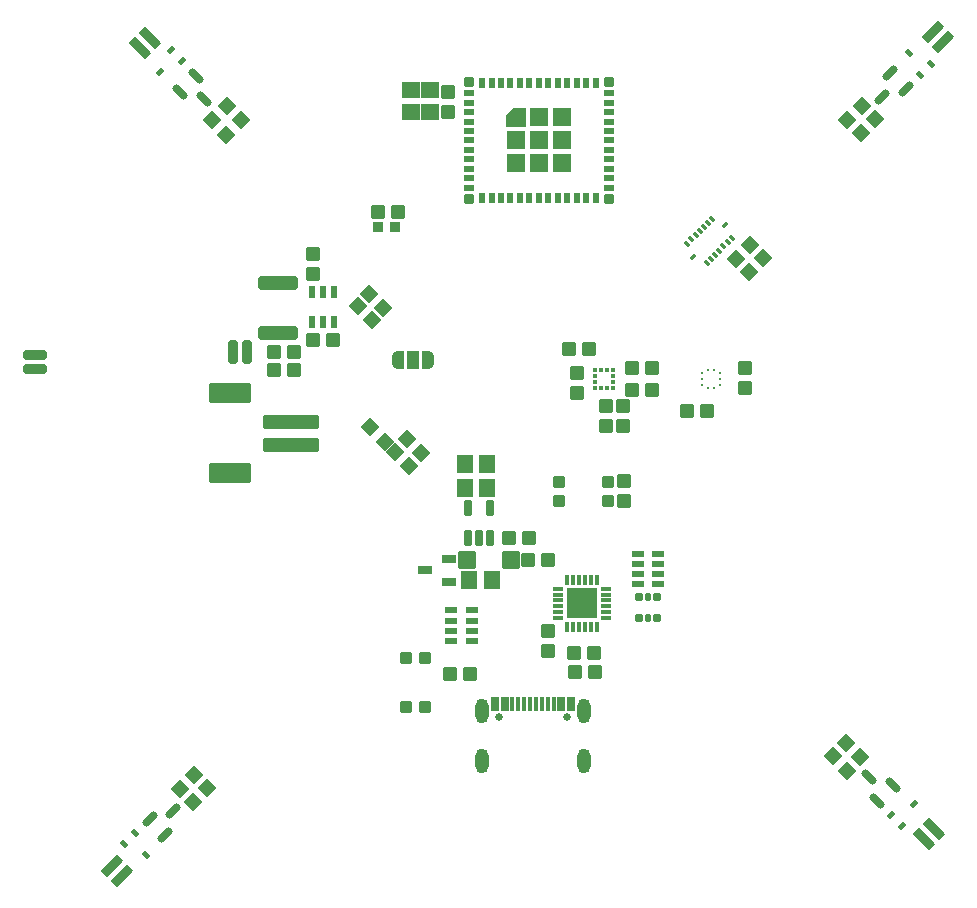
<source format=gbr>
%TF.GenerationSoftware,KiCad,Pcbnew,6.0.9-8da3e8f707~117~ubuntu20.04.1*%
%TF.CreationDate,2022-12-05T22:16:00+00:00*%
%TF.ProjectId,drone,64726f6e-652e-46b6-9963-61645f706362,rev?*%
%TF.SameCoordinates,Original*%
%TF.FileFunction,Soldermask,Top*%
%TF.FilePolarity,Negative*%
%FSLAX46Y46*%
G04 Gerber Fmt 4.6, Leading zero omitted, Abs format (unit mm)*
G04 Created by KiCad (PCBNEW 6.0.9-8da3e8f707~117~ubuntu20.04.1) date 2022-12-05 22:16:00*
%MOMM*%
%LPD*%
G01*
G04 APERTURE LIST*
G04 Aperture macros list*
%AMRoundRect*
0 Rectangle with rounded corners*
0 $1 Rounding radius*
0 $2 $3 $4 $5 $6 $7 $8 $9 X,Y pos of 4 corners*
0 Add a 4 corners polygon primitive as box body*
4,1,4,$2,$3,$4,$5,$6,$7,$8,$9,$2,$3,0*
0 Add four circle primitives for the rounded corners*
1,1,$1+$1,$2,$3*
1,1,$1+$1,$4,$5*
1,1,$1+$1,$6,$7*
1,1,$1+$1,$8,$9*
0 Add four rect primitives between the rounded corners*
20,1,$1+$1,$2,$3,$4,$5,0*
20,1,$1+$1,$4,$5,$6,$7,0*
20,1,$1+$1,$6,$7,$8,$9,0*
20,1,$1+$1,$8,$9,$2,$3,0*%
%AMRotRect*
0 Rectangle, with rotation*
0 The origin of the aperture is its center*
0 $1 length*
0 $2 width*
0 $3 Rotation angle, in degrees counterclockwise*
0 Add horizontal line*
21,1,$1,$2,0,0,$3*%
%AMFreePoly0*
4,1,22,0.550000,-0.750000,0.000000,-0.750000,0.000000,-0.745033,-0.079941,-0.743568,-0.215256,-0.701293,-0.333266,-0.622738,-0.424486,-0.514219,-0.481581,-0.384460,-0.499164,-0.250000,-0.500000,-0.250000,-0.500000,0.250000,-0.499164,0.250000,-0.499963,0.256109,-0.478152,0.396186,-0.417904,0.524511,-0.324060,0.630769,-0.204165,0.706417,-0.067858,0.745374,0.000000,0.744959,0.000000,0.750000,
0.550000,0.750000,0.550000,-0.750000,0.550000,-0.750000,$1*%
%AMFreePoly1*
4,1,20,0.000000,0.744959,0.073905,0.744508,0.209726,0.703889,0.328688,0.626782,0.421226,0.519385,0.479903,0.390333,0.500000,0.250000,0.500000,-0.250000,0.499851,-0.262216,0.476331,-0.402017,0.414519,-0.529596,0.319384,-0.634700,0.198574,-0.708877,0.061801,-0.746166,0.000000,-0.745033,0.000000,-0.750000,-0.550000,-0.750000,-0.550000,0.750000,0.000000,0.750000,0.000000,0.744959,
0.000000,0.744959,$1*%
G04 Aperture macros list end*
%ADD10FreePoly0,0.000000*%
%ADD11R,1.000000X1.500000*%
%ADD12FreePoly1,0.000000*%
%ADD13RoundRect,0.050800X2.300000X-0.500000X2.300000X0.500000X-2.300000X0.500000X-2.300000X-0.500000X0*%
%ADD14RoundRect,0.050800X1.700000X0.800000X-1.700000X0.800000X-1.700000X-0.800000X1.700000X-0.800000X0*%
%ADD15RoundRect,0.250000X-1.450000X0.312500X-1.450000X-0.312500X1.450000X-0.312500X1.450000X0.312500X0*%
%ADD16RoundRect,0.050800X0.750000X-0.620000X0.750000X0.620000X-0.750000X0.620000X-0.750000X-0.620000X0*%
%ADD17RoundRect,0.050800X-0.733623X0.026517X0.026517X-0.733623X0.733623X-0.026517X-0.026517X0.733623X0*%
%ADD18RoundRect,0.050800X-0.275000X-0.600000X0.275000X-0.600000X0.275000X0.600000X-0.275000X0.600000X0*%
%ADD19RoundRect,0.050800X0.733623X-0.026517X-0.026517X0.733623X-0.733623X0.026517X0.026517X-0.733623X0*%
%ADD20RoundRect,0.200000X-0.800000X-0.200000X0.800000X-0.200000X0.800000X0.200000X-0.800000X0.200000X0*%
%ADD21RoundRect,0.050800X0.537500X0.500000X-0.537500X0.500000X-0.537500X-0.500000X0.537500X-0.500000X0*%
%ADD22RotRect,0.450000X0.700000X45.000000*%
%ADD23RoundRect,0.050800X-0.620000X-0.750000X0.620000X-0.750000X0.620000X0.750000X-0.620000X0.750000X0*%
%ADD24RoundRect,0.050800X-0.537500X-0.500000X0.537500X-0.500000X0.537500X0.500000X-0.537500X0.500000X0*%
%ADD25RotRect,0.450000X0.700000X135.000000*%
%ADD26RoundRect,0.050800X-0.450000X0.225000X-0.450000X-0.225000X0.450000X-0.225000X0.450000X0.225000X0*%
%ADD27RoundRect,0.050800X-0.026517X-0.733623X0.733623X0.026517X0.026517X0.733623X-0.733623X-0.026517X0*%
%ADD28RoundRect,0.200000X0.200000X-0.800000X0.200000X0.800000X-0.200000X0.800000X-0.200000X-0.800000X0*%
%ADD29RoundRect,0.200000X0.707107X-0.424264X-0.424264X0.707107X-0.707107X0.424264X0.424264X-0.707107X0*%
%ADD30RoundRect,0.050800X0.500000X-0.537500X0.500000X0.537500X-0.500000X0.537500X-0.500000X-0.537500X0*%
%ADD31RoundRect,0.150000X-0.309359X-0.521491X0.521491X0.309359X0.309359X0.521491X-0.521491X-0.309359X0*%
%ADD32RoundRect,0.050800X0.508000X-0.317500X0.508000X0.317500X-0.508000X0.317500X-0.508000X-0.317500X0*%
%ADD33RoundRect,0.050800X-0.500000X0.537500X-0.500000X-0.537500X0.500000X-0.537500X0.500000X0.537500X0*%
%ADD34RoundRect,0.050800X0.450000X-0.450000X0.450000X0.450000X-0.450000X0.450000X-0.450000X-0.450000X0*%
%ADD35RotRect,0.450000X0.700000X225.000000*%
%ADD36RoundRect,0.050800X0.026517X0.733623X-0.733623X-0.026517X-0.026517X-0.733623X0.733623X0.026517X0*%
%ADD37RoundRect,0.200000X-0.707107X0.424264X0.424264X-0.707107X0.707107X-0.424264X-0.424264X0.707107X0*%
%ADD38RoundRect,0.050800X0.250000X0.250000X-0.250000X0.250000X-0.250000X-0.250000X0.250000X-0.250000X0*%
%ADD39RoundRect,0.050800X0.200000X0.250000X-0.200000X0.250000X-0.200000X-0.250000X0.200000X-0.250000X0*%
%ADD40RoundRect,0.200000X0.424264X0.707107X-0.707107X-0.424264X-0.424264X-0.707107X0.707107X0.424264X0*%
%ADD41RoundRect,0.120800X0.330000X0.070000X-0.330000X0.070000X-0.330000X-0.070000X0.330000X-0.070000X0*%
%ADD42RoundRect,0.120800X0.070000X-0.330000X0.070000X0.330000X-0.070000X0.330000X-0.070000X-0.330000X0*%
%ADD43RoundRect,0.120800X-0.330000X-0.070000X0.330000X-0.070000X0.330000X0.070000X-0.330000X0.070000X0*%
%ADD44RoundRect,0.120800X-0.070000X0.330000X-0.070000X-0.330000X0.070000X-0.330000X0.070000X0.330000X0*%
%ADD45RoundRect,0.050800X-1.250000X-1.250000X1.250000X-1.250000X1.250000X1.250000X-1.250000X1.250000X0*%
%ADD46RotRect,0.450000X0.700000X315.000000*%
%ADD47R,0.550000X1.050000*%
%ADD48RoundRect,0.050800X-0.400000X-0.200000X0.400000X-0.200000X0.400000X0.200000X-0.400000X0.200000X0*%
%ADD49RoundRect,0.050800X-0.200000X-0.400000X0.200000X-0.400000X0.200000X0.400000X-0.200000X0.400000X0*%
%ADD50RoundRect,0.050800X-0.725000X-0.725000X0.725000X-0.725000X0.725000X0.725000X-0.725000X0.725000X0*%
%ADD51RoundRect,0.050800X-0.350000X-0.350000X0.350000X-0.350000X0.350000X0.350000X-0.350000X0.350000X0*%
%ADD52R,0.250000X0.275000*%
%ADD53R,0.275000X0.250000*%
%ADD54RoundRect,0.050800X-0.450000X-0.450000X0.450000X-0.450000X0.450000X0.450000X-0.450000X0.450000X0*%
%ADD55RoundRect,0.050800X-0.400000X0.400000X-0.400000X-0.400000X0.400000X-0.400000X0.400000X0.400000X0*%
%ADD56C,0.650000*%
%ADD57RoundRect,0.050800X-0.287500X-0.575000X0.287500X-0.575000X0.287500X0.575000X-0.287500X0.575000X0*%
%ADD58RoundRect,0.050800X-0.137500X-0.575000X0.137500X-0.575000X0.137500X0.575000X-0.137500X0.575000X0*%
%ADD59O,1.101600X2.101600*%
%ADD60RoundRect,0.150000X-0.521491X0.309359X0.309359X-0.521491X0.521491X-0.309359X-0.309359X0.521491X0*%
%ADD61RoundRect,0.200000X-0.424264X-0.707107X0.707107X0.424264X0.424264X0.707107X-0.707107X-0.424264X0*%
%ADD62RoundRect,0.150000X0.521491X-0.309359X-0.309359X0.521491X-0.521491X0.309359X0.309359X-0.521491X0*%
%ADD63R,0.300000X0.350000*%
%ADD64R,0.350000X0.300000*%
%ADD65RoundRect,0.150000X0.309359X0.521491X-0.521491X-0.309359X-0.309359X-0.521491X0.521491X0.309359X0*%
%ADD66RoundRect,0.050800X0.700000X-0.700000X0.700000X0.700000X-0.700000X0.700000X-0.700000X-0.700000X0*%
%ADD67RoundRect,0.050800X0.450000X-0.225000X0.450000X0.225000X-0.450000X0.225000X-0.450000X-0.225000X0*%
%ADD68RotRect,0.590000X0.350000X225.000000*%
%ADD69RotRect,0.590000X0.350000X315.000000*%
%ADD70RotRect,0.590000X0.350000X45.000000*%
%ADD71RotRect,0.590000X0.350000X135.000000*%
G04 APERTURE END LIST*
%TO.C,X3*%
G36*
X101630000Y-69080000D02*
G01*
X99970000Y-69080000D01*
X99970000Y-68022929D01*
X100572929Y-67420000D01*
X101630000Y-67420000D01*
X101630000Y-69080000D01*
G37*
%TD*%
D10*
%TO.C,JP1*%
X90800000Y-88800000D03*
D11*
X92100000Y-88800000D03*
D12*
X93400000Y-88800000D03*
%TD*%
D13*
%TO.C,X1*%
X81800000Y-96000000D03*
X81800000Y-94000000D03*
D14*
X76600000Y-98400000D03*
X76600000Y-91600000D03*
%TD*%
D15*
%TO.C,L1*%
X80700000Y-82262500D03*
X80700000Y-86537500D03*
%TD*%
D16*
%TO.C,C1*%
X93500000Y-67800001D03*
X93500000Y-65900001D03*
%TD*%
D17*
%TO.C,R8*%
X88388908Y-83209010D03*
X89590990Y-84411092D03*
%TD*%
D18*
%TO.C,U2*%
X96750000Y-103900100D03*
X97700000Y-103900100D03*
X98650000Y-103900100D03*
X98650000Y-101299900D03*
X96750000Y-101299900D03*
%TD*%
D19*
%TO.C,R11*%
X88601041Y-85401041D03*
X87398959Y-84198959D03*
%TD*%
D20*
%TO.C,J2*%
X60100000Y-89575000D03*
X60100000Y-88375000D03*
%TD*%
D21*
%TO.C,R12*%
X103550000Y-105700000D03*
X101850000Y-105700000D03*
%TD*%
D22*
%TO.C,D5*%
X135031307Y-64645057D03*
X135950546Y-63725818D03*
X134076713Y-62771224D03*
%TD*%
D23*
%TO.C,C6*%
X96850000Y-107400000D03*
X98750000Y-107400000D03*
%TD*%
D21*
%TO.C,C18*%
X85300000Y-87100000D03*
X83600000Y-87100000D03*
%TD*%
D16*
%TO.C,C13*%
X91900000Y-67800001D03*
X91900000Y-65900001D03*
%TD*%
D21*
%TO.C,R5*%
X107450000Y-113600000D03*
X105750000Y-113600000D03*
%TD*%
%TO.C,R2*%
X112300000Y-89500000D03*
X110600000Y-89500000D03*
%TD*%
D24*
%TO.C,C11*%
X105800000Y-115200000D03*
X107500000Y-115200000D03*
%TD*%
D25*
%TO.C,D2*%
X72532220Y-63485694D03*
X71612981Y-62566455D03*
X70658387Y-64440288D03*
%TD*%
D23*
%TO.C,C2*%
X96500000Y-99600000D03*
X98400000Y-99600000D03*
%TD*%
D26*
%TO.C,R9*%
X95350000Y-110000000D03*
X95350000Y-110900000D03*
X95350000Y-111700000D03*
X95350000Y-112600000D03*
X97050000Y-112600000D03*
X97050000Y-111700000D03*
X97050000Y-110900000D03*
X97050000Y-110000000D03*
%TD*%
D27*
%TO.C,C7*%
X119427386Y-80220280D03*
X120629468Y-79018198D03*
%TD*%
D28*
%TO.C,J1*%
X78075000Y-88100000D03*
X76875000Y-88100000D03*
%TD*%
D29*
%TO.C,J3*%
X136190649Y-128494633D03*
X135342120Y-129343161D03*
%TD*%
D30*
%TO.C,C4*%
X109950000Y-100700000D03*
X109950000Y-99000000D03*
%TD*%
D17*
%TO.C,C5*%
X91609188Y-95487868D03*
X92811270Y-96689950D03*
%TD*%
D31*
%TO.C,Q6*%
X71795494Y-127002765D03*
X71141420Y-129000342D03*
X69797917Y-127656839D03*
%TD*%
D32*
%TO.C,Q3*%
X95150000Y-107550000D03*
X95150000Y-105650000D03*
X93150000Y-106600000D03*
%TD*%
D24*
%TO.C,R4*%
X105300000Y-87900000D03*
X107000000Y-87900000D03*
%TD*%
D33*
%TO.C,C15*%
X109850000Y-92650000D03*
X109850000Y-94350000D03*
%TD*%
D24*
%TO.C,R6*%
X95250000Y-115400000D03*
X96950000Y-115400000D03*
%TD*%
D21*
%TO.C,R10*%
X90800000Y-76300000D03*
X89100000Y-76300000D03*
%TD*%
D34*
%TO.C,SW1*%
X91500000Y-114050000D03*
X91500000Y-118150000D03*
X93100000Y-114050000D03*
X93100000Y-118150000D03*
%TD*%
D19*
%TO.C,R17*%
X76302082Y-69702082D03*
X75100000Y-68500000D03*
%TD*%
D24*
%TO.C,R7*%
X100250000Y-103900000D03*
X101950000Y-103900000D03*
%TD*%
D35*
%TO.C,D6*%
X68552513Y-128833274D03*
X67633274Y-129752513D03*
X69507107Y-130707107D03*
%TD*%
D36*
%TO.C,R21*%
X73578723Y-123889278D03*
X72376641Y-125091360D03*
%TD*%
D37*
%TO.C,J4*%
X68944949Y-62351393D03*
X69793478Y-61502865D03*
%TD*%
D38*
%TO.C,Q5*%
X112750000Y-108850000D03*
D39*
X112000000Y-108850000D03*
D38*
X111250000Y-108850000D03*
X111250000Y-110650000D03*
D39*
X112000000Y-110650000D03*
D38*
X112750000Y-110650000D03*
%TD*%
D40*
%TO.C,J5*%
X136135876Y-61028054D03*
X136984404Y-61876583D03*
%TD*%
D19*
%TO.C,R1*%
X89700000Y-95700000D03*
X88497918Y-94497918D03*
%TD*%
D41*
%TO.C,IC3*%
X104400000Y-108150000D03*
X104400000Y-108650000D03*
X104400000Y-109150000D03*
X104400000Y-109650000D03*
X104400000Y-110150000D03*
X104400000Y-110650000D03*
D42*
X105150000Y-111400000D03*
X105650000Y-111400000D03*
X106150000Y-111400000D03*
X106650000Y-111400000D03*
X107150000Y-111400000D03*
X107650000Y-111400000D03*
D43*
X108400000Y-110650000D03*
X108400000Y-110150000D03*
X108400000Y-109650000D03*
X108400000Y-109150000D03*
X108400000Y-108650000D03*
X108400000Y-108150000D03*
D44*
X107650000Y-107400000D03*
X107150000Y-107400000D03*
X106650000Y-107400000D03*
X106150000Y-107400000D03*
X105650000Y-107400000D03*
X105150000Y-107400000D03*
D45*
X106400000Y-109400000D03*
%TD*%
D46*
%TO.C,D1*%
X132602082Y-127345584D03*
X133521321Y-128264823D03*
X134475915Y-126390990D03*
%TD*%
D24*
%TO.C,C20*%
X80300000Y-89600000D03*
X82000000Y-89600000D03*
%TD*%
D47*
%TO.C,IC4*%
X83550000Y-85600000D03*
X84500000Y-85600000D03*
X85450000Y-85600000D03*
X85450000Y-83000000D03*
X84500000Y-83000000D03*
X83550000Y-83000000D03*
%TD*%
D48*
%TO.C,X3*%
X96850000Y-66200000D03*
X96850000Y-67000000D03*
X96850000Y-67800000D03*
X96850000Y-68600000D03*
X96850000Y-69400000D03*
X96850000Y-70200000D03*
X96850000Y-71000000D03*
X96850000Y-71800000D03*
X96850000Y-72600000D03*
X96850000Y-73400000D03*
X96850000Y-74200000D03*
D49*
X97950000Y-75100000D03*
X98750000Y-75100000D03*
X99550000Y-75100000D03*
X100350000Y-75100000D03*
X101150000Y-75100000D03*
X101950000Y-75100000D03*
X102750000Y-75100000D03*
X103550000Y-75100000D03*
X104350000Y-75100000D03*
X105150000Y-75100000D03*
X105950000Y-75100000D03*
X106750000Y-75100000D03*
X107550000Y-75100000D03*
D48*
X108650000Y-74200000D03*
X108650000Y-73400000D03*
X108650000Y-72600000D03*
X108650000Y-71800000D03*
X108650000Y-71000000D03*
X108650000Y-70200000D03*
X108650000Y-69400000D03*
X108650000Y-68600000D03*
X108650000Y-67800000D03*
X108650000Y-67000000D03*
X108650000Y-66200000D03*
D49*
X107550000Y-65300000D03*
X106750000Y-65300000D03*
X105950000Y-65300000D03*
X105150000Y-65300000D03*
X104350000Y-65300000D03*
X103550000Y-65300000D03*
X102750000Y-65300000D03*
X101950000Y-65300000D03*
X101150000Y-65300000D03*
X100350000Y-65300000D03*
X99550000Y-65300000D03*
X98750000Y-65300000D03*
X97950000Y-65300000D03*
D50*
X102750000Y-70200000D03*
D51*
X108700000Y-65250000D03*
X108700000Y-75150000D03*
X96800000Y-75150000D03*
X96800000Y-65250000D03*
D50*
X100800000Y-70200000D03*
X100800000Y-72150000D03*
X102750000Y-72150000D03*
X104700000Y-72150000D03*
X104700000Y-70200000D03*
X104700000Y-68250000D03*
X102750000Y-68250000D03*
%TD*%
D52*
%TO.C,IC2*%
X117594000Y-89637000D03*
X117094000Y-89637000D03*
D53*
X116582000Y-89900000D03*
X116582000Y-90400000D03*
X116582000Y-90900000D03*
D52*
X117094000Y-91163000D03*
X117594000Y-91163000D03*
D53*
X118106000Y-90900000D03*
X118106000Y-90400000D03*
X118106000Y-89900000D03*
%TD*%
D23*
%TO.C,C8*%
X96500000Y-97600000D03*
X98400000Y-97600000D03*
%TD*%
D27*
%TO.C,R19*%
X73492498Y-126207217D03*
X74694580Y-125005135D03*
%TD*%
D54*
%TO.C,SW2*%
X108600000Y-99100000D03*
X104500000Y-99100000D03*
X108600000Y-100700000D03*
X104500000Y-100700000D03*
%TD*%
D19*
%TO.C,R3*%
X91785965Y-97785965D03*
X90583883Y-96583883D03*
%TD*%
D55*
%TO.C,D3*%
X89100000Y-77500000D03*
X90600000Y-77500000D03*
%TD*%
D33*
%TO.C,C12*%
X103500000Y-111700000D03*
X103500000Y-113400000D03*
%TD*%
D56*
%TO.C,X6*%
X105140000Y-119030000D03*
X99360000Y-119030000D03*
D57*
X99050000Y-117955000D03*
X99850000Y-117955000D03*
D58*
X101000000Y-117955000D03*
X102000000Y-117955000D03*
X102500000Y-117955000D03*
X103500000Y-117955000D03*
D57*
X105450000Y-117955000D03*
X104650000Y-117955000D03*
D58*
X104000000Y-117955000D03*
X103000000Y-117955000D03*
X101500000Y-117955000D03*
X100500000Y-117955000D03*
D59*
X97930000Y-118530000D03*
X106570000Y-118530000D03*
X97930000Y-122710000D03*
X106570000Y-122710000D03*
%TD*%
D24*
%TO.C,C17*%
X110600000Y-91300000D03*
X112300000Y-91300000D03*
%TD*%
D30*
%TO.C,C9*%
X95100000Y-66100000D03*
X95100000Y-67800000D03*
%TD*%
D24*
%TO.C,C21*%
X80300000Y-88100000D03*
X82000000Y-88100000D03*
%TD*%
D27*
%TO.C,R20*%
X130000000Y-69600000D03*
X131202082Y-68397918D03*
%TD*%
D30*
%TO.C,C3*%
X106000000Y-91600000D03*
X106000000Y-89900000D03*
%TD*%
D33*
%TO.C,C16*%
X108400000Y-92650000D03*
X108400000Y-94350000D03*
%TD*%
D21*
%TO.C,C22*%
X115294000Y-93150000D03*
X116994000Y-93150000D03*
%TD*%
D60*
%TO.C,Q2*%
X73724743Y-64731055D03*
X72381240Y-66074558D03*
X74378817Y-66728632D03*
%TD*%
D61*
%TO.C,J6*%
X67432640Y-132451017D03*
X66584112Y-131602488D03*
%TD*%
D62*
%TO.C,Q1*%
X131391161Y-126134664D03*
X132734664Y-124791161D03*
X130737087Y-124137087D03*
%TD*%
D63*
%TO.C,IC1*%
X109000000Y-89650000D03*
X108500000Y-89650000D03*
X108000000Y-89650000D03*
X107500000Y-89650000D03*
D64*
X107500000Y-90150000D03*
X107500000Y-90650000D03*
D63*
X107500000Y-91150000D03*
X108000000Y-91150000D03*
X108500000Y-91150000D03*
X109000000Y-91150000D03*
D64*
X109000000Y-90650000D03*
X109000000Y-90150000D03*
%TD*%
D65*
%TO.C,Q4*%
X133798263Y-65849898D03*
X132454760Y-64506395D03*
X131800686Y-66503972D03*
%TD*%
D30*
%TO.C,C19*%
X83599999Y-81550000D03*
X83599999Y-79850000D03*
%TD*%
D66*
%TO.C,D4*%
X100400000Y-105700000D03*
X96700000Y-105700000D03*
%TD*%
D36*
%TO.C,R18*%
X130070711Y-67266547D03*
X128868629Y-68468629D03*
%TD*%
D17*
%TO.C,R16*%
X127616979Y-122360481D03*
X128819061Y-123562563D03*
%TD*%
D19*
%TO.C,R14*%
X129950432Y-122431192D03*
X128748350Y-121229110D03*
%TD*%
D27*
%TO.C,C14*%
X120558757Y-81351651D03*
X121760839Y-80149569D03*
%TD*%
D67*
%TO.C,R13*%
X112850000Y-107800000D03*
X112850000Y-106900000D03*
X112850000Y-106100000D03*
X112850000Y-105200000D03*
X111150000Y-105200000D03*
X111150000Y-106100000D03*
X111150000Y-106900000D03*
X111150000Y-107800000D03*
%TD*%
D33*
%TO.C,C23*%
X120194000Y-91200000D03*
X120194000Y-89500000D03*
%TD*%
D68*
%TO.C,U1*%
X118554109Y-77345891D03*
D69*
X117436881Y-76815560D03*
X117083327Y-77169114D03*
X116729774Y-77522667D03*
X116376221Y-77876221D03*
X116022667Y-78229774D03*
X115669114Y-78583327D03*
X115315560Y-78936881D03*
D70*
X115845891Y-80054109D03*
D71*
X116963119Y-80584440D03*
X117316673Y-80230886D03*
X117670226Y-79877333D03*
X118023779Y-79523779D03*
X118377333Y-79170226D03*
X118730886Y-78816673D03*
X119084440Y-78463119D03*
%TD*%
D17*
%TO.C,R15*%
X76316827Y-67283173D03*
X77518909Y-68485255D03*
%TD*%
M02*

</source>
